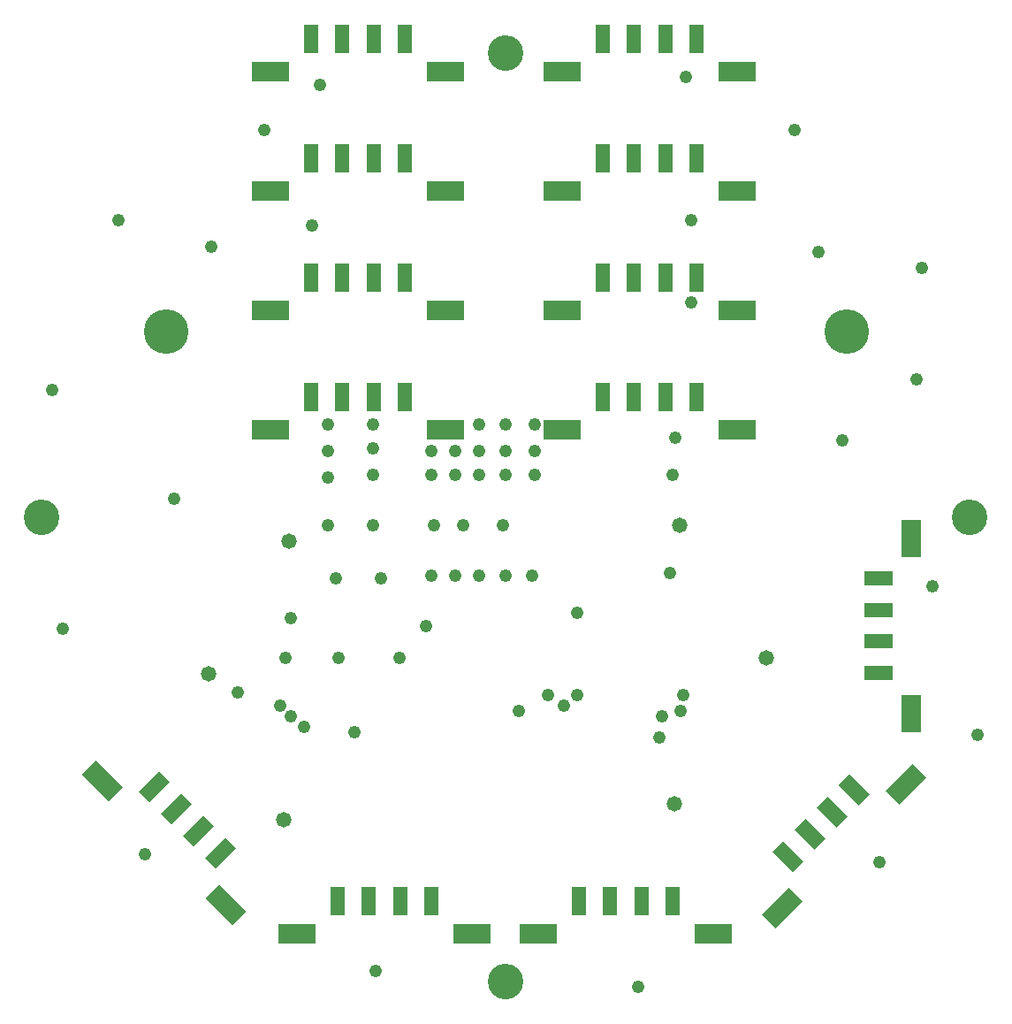
<source format=gbs>
G75*
%MOIN*%
%OFA0B0*%
%FSLAX25Y25*%
%IPPOS*%
%LPD*%
%AMOC8*
5,1,8,0,0,1.08239X$1,22.5*
%
%ADD10C,0.13398*%
%ADD11C,0.05800*%
%ADD12C,0.16800*%
%ADD13R,0.14304X0.07296*%
%ADD14R,0.05800X0.10800*%
%ADD15R,0.10800X0.05800*%
%ADD16R,0.07296X0.14304*%
%ADD17C,0.04762*%
D10*
X0051800Y0226800D03*
X0226800Y0051800D03*
X0401800Y0226800D03*
X0226800Y0401800D03*
D11*
X0292422Y0223800D03*
X0324918Y0173800D03*
X0290422Y0118800D03*
X0145178Y0217894D03*
X0114682Y0167894D03*
X0143178Y0112894D03*
D12*
X0098800Y0296800D03*
X0355300Y0296800D03*
D13*
X0314048Y0305048D03*
X0314048Y0260048D03*
X0248024Y0260048D03*
X0204048Y0260048D03*
X0204048Y0305048D03*
X0248024Y0305048D03*
X0248024Y0350048D03*
X0204048Y0350048D03*
X0204048Y0395048D03*
X0248024Y0395048D03*
X0314048Y0395048D03*
X0314048Y0350048D03*
X0138024Y0350048D03*
X0138024Y0305048D03*
X0138024Y0260048D03*
G36*
X0072160Y0135193D02*
X0082273Y0125080D01*
X0077114Y0119921D01*
X0067001Y0130034D01*
X0072160Y0135193D01*
G37*
G36*
X0118845Y0088507D02*
X0128958Y0078394D01*
X0123799Y0073235D01*
X0113686Y0083348D01*
X0118845Y0088507D01*
G37*
X0148024Y0070048D03*
X0214048Y0070048D03*
X0239024Y0070048D03*
X0305048Y0070048D03*
G36*
X0323407Y0077160D02*
X0333520Y0087273D01*
X0338679Y0082114D01*
X0328566Y0072001D01*
X0323407Y0077160D01*
G37*
G36*
X0370093Y0123845D02*
X0380206Y0133958D01*
X0385365Y0128799D01*
X0375252Y0118686D01*
X0370093Y0123845D01*
G37*
X0138024Y0395048D03*
D14*
X0153320Y0407371D03*
X0165131Y0407371D03*
X0176942Y0407371D03*
X0188753Y0407371D03*
X0188753Y0362371D03*
X0176942Y0362371D03*
X0165131Y0362371D03*
X0153320Y0362371D03*
X0153320Y0317371D03*
X0165131Y0317371D03*
X0176942Y0317371D03*
X0188753Y0317371D03*
X0188753Y0272371D03*
X0176942Y0272371D03*
X0165131Y0272371D03*
X0153320Y0272371D03*
X0263320Y0272371D03*
X0275131Y0272371D03*
X0286942Y0272371D03*
X0298753Y0272371D03*
X0298753Y0317371D03*
X0286942Y0317371D03*
X0275131Y0317371D03*
X0263320Y0317371D03*
X0263320Y0362371D03*
X0275131Y0362371D03*
X0286942Y0362371D03*
X0298753Y0362371D03*
X0298753Y0407371D03*
X0286942Y0407371D03*
X0275131Y0407371D03*
X0263320Y0407371D03*
X0266131Y0082371D03*
X0254320Y0082371D03*
X0277942Y0082371D03*
X0289753Y0082371D03*
X0198753Y0082371D03*
X0186942Y0082371D03*
X0175131Y0082371D03*
X0163320Y0082371D03*
D15*
G36*
X0125089Y0102167D02*
X0117454Y0094532D01*
X0113353Y0098633D01*
X0120988Y0106268D01*
X0125089Y0102167D01*
G37*
G36*
X0116737Y0110519D02*
X0109102Y0102884D01*
X0105001Y0106985D01*
X0112636Y0114620D01*
X0116737Y0110519D01*
G37*
G36*
X0108385Y0118870D02*
X0100750Y0111235D01*
X0096649Y0115336D01*
X0104284Y0122971D01*
X0108385Y0118870D01*
G37*
G36*
X0100034Y0127222D02*
X0092399Y0119587D01*
X0088298Y0123688D01*
X0095933Y0131323D01*
X0100034Y0127222D01*
G37*
G36*
X0331378Y0105034D02*
X0339013Y0097399D01*
X0334912Y0093298D01*
X0327277Y0100933D01*
X0331378Y0105034D01*
G37*
G36*
X0339730Y0113385D02*
X0347365Y0105750D01*
X0343264Y0101649D01*
X0335629Y0109284D01*
X0339730Y0113385D01*
G37*
G36*
X0348081Y0121737D02*
X0355716Y0114102D01*
X0351615Y0110001D01*
X0343980Y0117636D01*
X0348081Y0121737D01*
G37*
G36*
X0356433Y0130088D02*
X0364068Y0122453D01*
X0359967Y0118352D01*
X0352332Y0125987D01*
X0356433Y0130088D01*
G37*
X0367229Y0168320D03*
X0367229Y0180131D03*
X0367229Y0191942D03*
X0367229Y0203753D03*
D16*
X0379552Y0219048D03*
X0379552Y0153024D03*
D17*
X0090800Y0099800D03*
X0145800Y0151800D03*
X0141800Y0155800D03*
X0150800Y0147800D03*
X0169800Y0145800D03*
X0163800Y0173800D03*
X0145800Y0188800D03*
X0143800Y0173800D03*
X0125800Y0160800D03*
X0162800Y0203800D03*
X0179800Y0203800D03*
X0198800Y0204800D03*
X0207800Y0204800D03*
X0216800Y0204800D03*
X0226800Y0204800D03*
X0236800Y0204800D03*
X0253800Y0190800D03*
X0253800Y0159800D03*
X0248800Y0155800D03*
X0242800Y0159800D03*
X0231800Y0153800D03*
X0196800Y0185800D03*
X0186800Y0173800D03*
X0176800Y0223800D03*
X0159800Y0223800D03*
X0159800Y0241800D03*
X0159800Y0251800D03*
X0159800Y0261800D03*
X0176800Y0261800D03*
X0176800Y0252800D03*
X0176800Y0242800D03*
X0198800Y0242800D03*
X0198800Y0251800D03*
X0207800Y0251800D03*
X0207800Y0242800D03*
X0216800Y0242800D03*
X0216800Y0251800D03*
X0216800Y0261800D03*
X0226800Y0261800D03*
X0226800Y0251800D03*
X0226800Y0242800D03*
X0237800Y0242800D03*
X0237800Y0251800D03*
X0237800Y0261800D03*
X0225800Y0223800D03*
X0210800Y0223800D03*
X0199800Y0223800D03*
X0284800Y0143800D03*
X0285800Y0151800D03*
X0292800Y0153800D03*
X0293800Y0159800D03*
X0288800Y0205800D03*
X0289800Y0242800D03*
X0290800Y0256800D03*
X0296800Y0307800D03*
X0296800Y0338800D03*
X0335800Y0372800D03*
X0294800Y0392800D03*
X0344800Y0326800D03*
X0383800Y0320800D03*
X0381800Y0278800D03*
X0353800Y0255800D03*
X0387800Y0200800D03*
X0404800Y0144800D03*
X0367800Y0096800D03*
X0276800Y0049800D03*
X0177800Y0055800D03*
X0059800Y0184800D03*
X0101800Y0233800D03*
X0055800Y0274800D03*
X0115800Y0328800D03*
X0080800Y0338800D03*
X0135800Y0372800D03*
X0156800Y0389800D03*
X0153800Y0336800D03*
M02*

</source>
